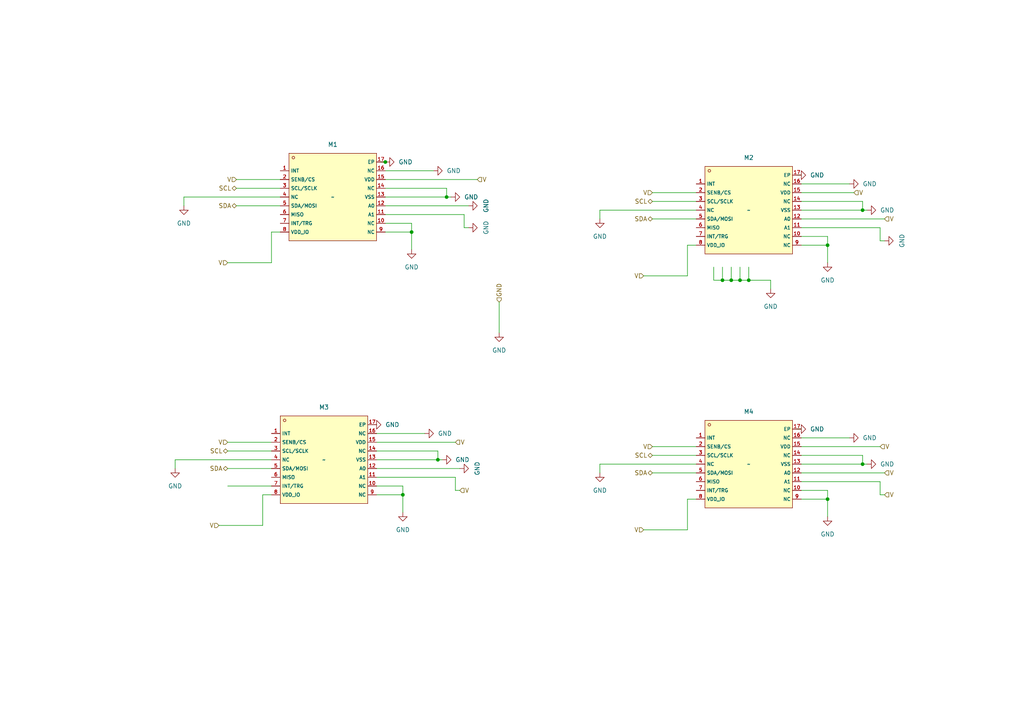
<source format=kicad_sch>
(kicad_sch (version 20230121) (generator eeschema)
  (paper "A4")
  (lib_symbols
    (symbol "JLCPCB:MLX90393SLW-ABA-012-SP"
      (property "Reference" "U" (at 0 1.27 0))
      (property "Value" "MLX90393SLW-ABA-012-SP" (at 0 -2.54 0))
      (symbol "MLX90393SLW-ABA-012-SP_0_1"
        (rectangle (start -12.7 12.7) (end 12.7 -12.7) (fill (type background)))
        (circle (center -11.43 11.43) (radius 0.381) (fill (type background)))
        (pin unspecified line (at -15.24 7.62 0) (length 2.54) (name "INT") (number "1"))
        (pin unspecified line (at 15.24 -7.62 180) (length 2.54) (name "NC") (number "10"))
        (pin unspecified line (at 15.24 -5.08 180) (length 2.54) (name "A1") (number "11"))
        (pin unspecified line (at 15.24 -2.54 180) (length 2.54) (name "A0") (number "12"))
        (pin unspecified line (at 15.24 0 180) (length 2.54) (name "VSS") (number "13"))
        (pin unspecified line (at 15.24 2.54 180) (length 2.54) (name "NC") (number "14"))
        (pin unspecified line (at 15.24 5.08 180) (length 2.54) (name "VDD") (number "15"))
        (pin unspecified line (at 15.24 7.62 180) (length 2.54) (name "NC") (number "16"))
        (pin unspecified line (at 15.24 10.16 180) (length 2.54) (name "EP") (number "17"))
        (pin unspecified line (at -15.24 5.08 0) (length 2.54) (name "SENB/CS") (number "2"))
        (pin unspecified line (at -15.24 2.54 0) (length 2.54) (name "SCL/SCLK") (number "3"))
        (pin unspecified line (at -15.24 0 0) (length 2.54) (name "NC") (number "4"))
        (pin unspecified line (at -15.24 -2.54 0) (length 2.54) (name "SDA/MOSI") (number "5"))
        (pin unspecified line (at -15.24 -5.08 0) (length 2.54) (name "MISO") (number "6"))
        (pin unspecified line (at -15.24 -7.62 0) (length 2.54) (name "INT/TRG") (number "7"))
        (pin unspecified line (at -15.24 -10.16 0) (length 2.54) (name "VDD_IO") (number "8"))
        (pin unspecified line (at 15.24 -10.16 180) (length 2.54) (name "NC") (number "9"))
      )
    )
    (symbol "power:GND" (power) (pin_names (offset 0))
      (property "Value" "GND" (at 0 -3.81 0))
      (symbol "GND_0_1"
        (polyline (pts (xy 0 0) (xy 0 -1.27) (xy 1.27 -1.27) (xy 0 -2.54) (xy -1.27 -1.27) (xy 0 -1.27)))
      )
      (symbol "GND_1_1"
        (pin power_in line (at 0 0 270) (length 0) hide (name "GND") (number "1"))
      )
    )
  )
  (junction (at 240.03 144.78))
  (junction (at 250.19 134.62))
  (junction (at 212.09 81.28))
  (junction (at 217.17 81.28))
  (junction (at 119.38 67.31))
  (junction (at 129.54 57.15))
  (junction (at 240.03 71.12))
  (junction (at 209.55 81.28))
  (junction (at 111.76 46.99))
  (junction (at 214.63 81.28))
  (junction (at 116.84 143.51))
  (junction (at 127 133.35))
  (junction (at 250.19 60.96))
  (wire (pts (xy 255.27 143.51) (xy 255.27 139.7)))
  (wire (pts (xy 250.19 58.42) (xy 250.19 60.96)))
  (wire (pts (xy 232.41 60.96) (xy 250.19 60.96)))
  (wire (pts (xy 189.23 129.54) (xy 201.93 129.54)))
  (wire (pts (xy 209.55 77.47) (xy 209.55 81.28)))
  (wire (pts (xy 173.99 134.62) (xy 173.99 137.16)))
  (wire (pts (xy 173.99 60.96) (xy 201.93 60.96)))
  (wire (pts (xy 144.78 87.63) (xy 144.78 96.52)))
  (wire (pts (xy 53.34 57.15) (xy 53.34 59.69)))
  (wire (pts (xy 78.74 76.2) (xy 78.74 67.31)))
  (wire (pts (xy 66.04 135.89) (xy 78.74 135.89)))
  (wire (pts (xy 256.54 69.85) (xy 255.27 69.85)))
  (wire (pts (xy 250.19 132.08) (xy 250.19 134.62)))
  (wire (pts (xy 189.23 55.88) (xy 201.93 55.88)))
  (wire (pts (xy 232.41 142.24) (xy 240.03 142.24)))
  (wire (pts (xy 116.84 140.97) (xy 116.84 143.51)))
  (wire (pts (xy 199.39 71.12) (xy 201.93 71.12)))
  (wire (pts (xy 116.84 143.51) (xy 116.84 148.59)))
  (wire (pts (xy 207.01 81.28) (xy 209.55 81.28)))
  (wire (pts (xy 232.41 129.54) (xy 255.27 129.54)))
  (wire (pts (xy 240.03 144.78) (xy 240.03 149.86)))
  (wire (pts (xy 76.2 152.4) (xy 76.2 143.51)))
  (wire (pts (xy 50.8 133.35) (xy 50.8 135.89)))
  (wire (pts (xy 132.08 138.43) (xy 109.22 138.43)))
  (wire (pts (xy 66.04 140.97) (xy 78.74 140.97)))
  (wire (pts (xy 232.41 55.88) (xy 247.65 55.88)))
  (wire (pts (xy 212.09 81.28) (xy 214.63 81.28)))
  (wire (pts (xy 250.19 60.96) (xy 251.46 60.96)))
  (wire (pts (xy 232.41 127) (xy 246.38 127)))
  (wire (pts (xy 111.76 52.07) (xy 138.43 52.07)))
  (wire (pts (xy 53.34 57.15) (xy 81.28 57.15)))
  (wire (pts (xy 66.04 128.27) (xy 78.74 128.27)))
  (wire (pts (xy 217.17 77.47) (xy 217.17 81.28)))
  (wire (pts (xy 76.2 143.51) (xy 78.74 143.51)))
  (wire (pts (xy 127 130.81) (xy 127 133.35)))
  (wire (pts (xy 66.04 130.81) (xy 78.74 130.81)))
  (wire (pts (xy 129.54 57.15) (xy 130.81 57.15)))
  (wire (pts (xy 119.38 64.77) (xy 119.38 67.31)))
  (wire (pts (xy 50.8 133.35) (xy 78.74 133.35)))
  (wire (pts (xy 66.04 76.2) (xy 78.74 76.2)))
  (wire (pts (xy 232.41 71.12) (xy 240.03 71.12)))
  (wire (pts (xy 132.08 142.24) (xy 132.08 138.43)))
  (wire (pts (xy 214.63 77.47) (xy 214.63 81.28)))
  (wire (pts (xy 134.62 62.23) (xy 111.76 62.23)))
  (wire (pts (xy 256.54 63.5) (xy 232.41 63.5)))
  (wire (pts (xy 232.41 144.78) (xy 240.03 144.78)))
  (wire (pts (xy 256.54 137.16) (xy 232.41 137.16)))
  (wire (pts (xy 111.76 67.31) (xy 119.38 67.31)))
  (wire (pts (xy 189.23 137.16) (xy 201.93 137.16)))
  (wire (pts (xy 256.54 143.51) (xy 255.27 143.51)))
  (wire (pts (xy 68.58 54.61) (xy 81.28 54.61)))
  (wire (pts (xy 68.58 52.07) (xy 81.28 52.07)))
  (wire (pts (xy 109.22 130.81) (xy 127 130.81)))
  (wire (pts (xy 78.74 67.31) (xy 81.28 67.31)))
  (wire (pts (xy 109.22 140.97) (xy 116.84 140.97)))
  (wire (pts (xy 199.39 80.01) (xy 199.39 71.12)))
  (wire (pts (xy 134.62 66.04) (xy 134.62 62.23)))
  (wire (pts (xy 109.22 143.51) (xy 116.84 143.51)))
  (wire (pts (xy 209.55 81.28) (xy 212.09 81.28)))
  (wire (pts (xy 250.19 134.62) (xy 251.46 134.62)))
  (wire (pts (xy 109.22 125.73) (xy 123.19 125.73)))
  (wire (pts (xy 232.41 53.34) (xy 246.38 53.34)))
  (wire (pts (xy 232.41 132.08) (xy 250.19 132.08)))
  (wire (pts (xy 189.23 132.08) (xy 201.93 132.08)))
  (wire (pts (xy 186.69 80.01) (xy 199.39 80.01)))
  (wire (pts (xy 173.99 60.96) (xy 173.99 63.5)))
  (wire (pts (xy 135.89 66.04) (xy 134.62 66.04)))
  (wire (pts (xy 119.38 67.31) (xy 119.38 72.39)))
  (wire (pts (xy 110.49 46.99) (xy 111.76 46.99)))
  (wire (pts (xy 111.76 64.77) (xy 119.38 64.77)))
  (wire (pts (xy 255.27 139.7) (xy 232.41 139.7)))
  (wire (pts (xy 240.03 142.24) (xy 240.03 144.78)))
  (wire (pts (xy 63.5 152.4) (xy 76.2 152.4)))
  (wire (pts (xy 223.52 81.28) (xy 223.52 83.82)))
  (wire (pts (xy 255.27 66.04) (xy 232.41 66.04)))
  (wire (pts (xy 217.17 81.28) (xy 223.52 81.28)))
  (wire (pts (xy 68.58 59.69) (xy 81.28 59.69)))
  (wire (pts (xy 111.76 57.15) (xy 129.54 57.15)))
  (wire (pts (xy 111.76 54.61) (xy 129.54 54.61)))
  (wire (pts (xy 231.14 50.8) (xy 232.41 50.8)))
  (wire (pts (xy 232.41 134.62) (xy 250.19 134.62)))
  (wire (pts (xy 109.22 133.35) (xy 127 133.35)))
  (wire (pts (xy 127 133.35) (xy 128.27 133.35)))
  (wire (pts (xy 240.03 68.58) (xy 240.03 71.12)))
  (wire (pts (xy 232.41 58.42) (xy 250.19 58.42)))
  (wire (pts (xy 129.54 54.61) (xy 129.54 57.15)))
  (wire (pts (xy 231.14 124.46) (xy 232.41 124.46)))
  (wire (pts (xy 240.03 71.12) (xy 240.03 76.2)))
  (wire (pts (xy 173.99 134.62) (xy 201.93 134.62)))
  (wire (pts (xy 212.09 77.47) (xy 212.09 81.28)))
  (wire (pts (xy 189.23 58.42) (xy 201.93 58.42)))
  (wire (pts (xy 135.89 59.69) (xy 111.76 59.69)))
  (wire (pts (xy 255.27 69.85) (xy 255.27 66.04)))
  (wire (pts (xy 214.63 81.28) (xy 217.17 81.28)))
  (wire (pts (xy 109.22 128.27) (xy 132.08 128.27)))
  (wire (pts (xy 133.35 135.89) (xy 109.22 135.89)))
  (wire (pts (xy 133.35 142.24) (xy 132.08 142.24)))
  (wire (pts (xy 199.39 144.78) (xy 201.93 144.78)))
  (wire (pts (xy 111.76 49.53) (xy 125.73 49.53)))
  (wire (pts (xy 189.23 63.5) (xy 201.93 63.5)))
  (wire (pts (xy 107.95 123.19) (xy 109.22 123.19)))
  (wire (pts (xy 232.41 68.58) (xy 240.03 68.58)))
  (wire (pts (xy 186.69 153.67) (xy 199.39 153.67)))
  (wire (pts (xy 199.39 153.67) (xy 199.39 144.78)))
  (wire (pts (xy 207.01 77.47) (xy 207.01 81.28)))
  (hierarchical_label "SCL" (shape bidirectional) (at 68.58 54.61 180))
  (hierarchical_label "V" (shape input) (at 189.23 55.88 180))
  (hierarchical_label "V" (shape input) (at 133.35 142.24 0))
  (hierarchical_label "V" (shape input) (at 66.04 128.27 180))
  (hierarchical_label "SCL" (shape bidirectional) (at 189.23 132.08 180))
  (hierarchical_label "V" (shape input) (at 138.43 52.07 0))
  (hierarchical_label "SDA" (shape bidirectional) (at 189.23 63.5 180))
  (hierarchical_label "V" (shape input) (at 68.58 52.07 180))
  (hierarchical_label "V" (shape input) (at 66.04 76.2 180))
  (hierarchical_label "SCL" (shape bidirectional) (at 189.23 58.42 180))
  (hierarchical_label "V" (shape input) (at 256.54 143.51 0))
  (hierarchical_label "V" (shape input) (at 132.08 128.27 0))
  (hierarchical_label "V" (shape input) (at 63.5 152.4 180))
  (hierarchical_label "SDA" (shape bidirectional) (at 189.23 137.16 180))
  (hierarchical_label "SDA" (shape bidirectional) (at 68.58 59.69 180))
  (hierarchical_label "V" (shape input) (at 256.54 137.16 0))
  (hierarchical_label "V" (shape input) (at 186.69 153.67 180))
  (hierarchical_label "V" (shape input) (at 255.27 129.54 0))
  (hierarchical_label "V" (shape input) (at 186.69 80.01 180))
  (hierarchical_label "SCL" (shape bidirectional) (at 66.04 130.81 180))
  (hierarchical_label "V" (shape input) (at 247.65 55.88 0))
  (hierarchical_label "V" (shape input) (at 256.54 63.5 0))
  (hierarchical_label "GND" (shape input) (at 144.78 87.63 90))
  (hierarchical_label "SDA" (shape bidirectional) (at 66.04 135.89 180))
  (hierarchical_label "V" (shape input) (at 189.23 129.54 180))
  (symbol (lib_id "power:GND") (at 246.38 53.34 90) (unit 1)
    (property "Reference" "#PWR02" (effects hide))
    (property "Value" "GND" (at 250.19 53.34 90) (effects (justify right)))
    (instances (project "MLX90393_board3" (path "" (reference "#PWR02") (unit 1)) (path "" (reference "#PWR036") (unit 1)) (path "" (reference "#PWR066") (unit 1)) (path "" (reference "#PWR094") (unit 1)) (path "" (reference "#PWR0122") (unit 1))))
  )
  (symbol (lib_id "power:GND") (at 223.52 83.82 0) (unit 1)
    (property "Reference" "#PWR02" (effects hide))
    (property "Value" "GND" (at 223.52 88.9 0))
    (instances (project "MLX90393_board3" (path "" (reference "#PWR02") (unit 1)) (path "" (reference "#PWR013") (unit 1)) (path "" (reference "#PWR063") (unit 1)) (path "" (reference "#PWR091") (unit 1)) (path "" (reference "#PWR0119") (unit 1))))
  )
  (symbol (lib_id "power:GND") (at 133.35 135.89 90) (unit 1)
    (property "Reference" "#PWR02" (effects hide))
    (property "Value" "GND" (at 138.43 135.89 0))
    (instances (project "MLX90393_board3" (path "" (reference "#PWR02") (unit 1)) (path "" (reference "#PWR020") (unit 1)) (path "" (reference "#PWR055") (unit 1)) (path "" (reference "#PWR083") (unit 1)) (path "" (reference "#PWR0111") (unit 1))))
  )
  (symbol (lib_id "power:GND") (at 251.46 134.62 90) (unit 1)
    (property "Reference" "#PWR02" (effects hide))
    (property "Value" "GND" (at 255.27 134.62 90) (effects (justify right)))
    (instances (project "MLX90393_board3" (path "" (reference "#PWR02") (unit 1)) (path "" (reference "#PWR044") (unit 1)) (path "" (reference "#PWR069") (unit 1)) (path "" (reference "#PWR097") (unit 1)) (path "" (reference "#PWR0125") (unit 1))))
  )
  (symbol (lib_id "power:GND") (at 246.38 127 90) (unit 1)
    (property "Reference" "#PWR02" (effects hide))
    (property "Value" "GND" (at 250.19 127 90) (effects (justify right)))
    (instances (project "MLX90393_board3" (path "" (reference "#PWR02") (unit 1)) (path "" (reference "#PWR043") (unit 1)) (path "" (reference "#PWR067") (unit 1)) (path "" (reference "#PWR095") (unit 1)) (path "" (reference "#PWR0123") (unit 1))))
  )
  (symbol (lib_id "JLCPCB:MLX90393SLW-ABA-012-SP") (at 217.17 60.96 0) (unit 1)
    (property "Reference" "M2" (at 217.17 45.72 0))
    (property "Value" "~" (at 217.17 60.96 0))
    (property "Footprint" "JLCPCB:QFN-16_L3.0-W3.0-P0.50-BL-EP1.7" (effects hide))
    (property "Datasheet" "https://item.szlcsc.com/44583.html" (effects hide))
    (property "LCSC" "C1526573" (effects hide))
    (instances (project "MLX90393_board3" (path "" (reference "M2") (unit 1)) (path "" (reference "M7") (unit 1)) (path "" (reference "M11") (unit 1)) (path "" (reference "M15") (unit 1))))
  )
  (symbol (lib_id "power:GND") (at 135.89 59.69 90) (unit 1)
    (property "Reference" "#PWR02" (effects hide))
    (property "Value" "GND" (at 140.97 59.69 0))
    (instances (project "MLX90393_board3" (path "" (reference "#PWR02") (unit 1)) (path "" (reference "#PWR01") (unit 1)) (path "" (reference "#PWR056") (unit 1)) (path "" (reference "#PWR084") (unit 1)) (path "" (reference "#PWR0112") (unit 1))))
  )
  (symbol (lib_id "power:GND") (at 128.27 133.35 90) (unit 1)
    (property "Reference" "#PWR02" (effects hide))
    (property "Value" "GND" (at 132.08 133.35 90) (effects (justify right)))
    (instances (project "MLX90393_board3" (path "" (reference "#PWR02") (unit 1)) (path "" (reference "#PWR019") (unit 1)) (path "" (reference "#PWR053") (unit 1)) (path "" (reference "#PWR081") (unit 1)) (path "" (reference "#PWR0109") (unit 1))))
  )
  (symbol (lib_id "power:GND") (at 107.95 123.19 90) (unit 1)
    (property "Reference" "#PWR02" (effects hide))
    (property "Value" "GND" (at 111.76 123.19 90) (effects (justify right)))
    (instances (project "MLX90393_board3" (path "" (reference "#PWR02") (unit 1)) (path "" (reference "#PWR0127") (unit 1)) (path "" (reference "#PWR0128") (unit 1)) (path "" (reference "#PWR0129") (unit 1)) (path "" (reference "#PWR0130") (unit 1))))
  )
  (symbol (lib_id "JLCPCB:MLX90393SLW-ABA-012-SP") (at 217.17 134.62 0) (unit 1)
    (property "Reference" "M4" (at 217.17 119.38 0))
    (property "Value" "~" (at 217.17 134.62 0))
    (property "Footprint" "JLCPCB:QFN-16_L3.0-W3.0-P0.50-BL-EP1.7" (effects hide))
    (property "Datasheet" "https://item.szlcsc.com/44583.html" (effects hide))
    (property "LCSC" "C1526573" (effects hide))
    (instances (project "MLX90393_board3" (path "" (reference "M4") (unit 1)) (path "" (reference "M8") (unit 1)) (path "" (reference "M12") (unit 1)) (path "" (reference "M16") (unit 1))))
  )
  (symbol (lib_id "power:GND") (at 119.38 72.39 0) (unit 1)
    (property "Reference" "#PWR02" (effects hide))
    (property "Value" "GND" (at 119.38 77.47 0))
    (instances (project "MLX90393_board3" (path "" (reference "#PWR02") (unit 1)) (path "" (reference "#PWR03") (unit 1)) (path "" (reference "#PWR050") (unit 1)) (path "" (reference "#PWR078") (unit 1)) (path "" (reference "#PWR0106") (unit 1))))
  )
  (symbol (lib_id "power:GND") (at 173.99 137.16 0) (unit 1)
    (property "Reference" "#PWR02" (effects hide))
    (property "Value" "GND" (at 173.99 142.24 0))
    (instances (project "MLX90393_board3" (path "" (reference "#PWR02") (unit 1)) (path "" (reference "#PWR040") (unit 1)) (path "" (reference "#PWR060") (unit 1)) (path "" (reference "#PWR088") (unit 1)) (path "" (reference "#PWR0116") (unit 1))))
  )
  (symbol (lib_id "power:GND") (at 123.19 125.73 90) (unit 1)
    (property "Reference" "#PWR02" (effects hide))
    (property "Value" "GND" (at 127 125.73 90) (effects (justify right)))
    (instances (project "MLX90393_board3" (path "" (reference "#PWR02") (unit 1)) (path "" (reference "#PWR018") (unit 1)) (path "" (reference "#PWR051") (unit 1)) (path "" (reference "#PWR079") (unit 1)) (path "" (reference "#PWR0107") (unit 1))))
  )
  (symbol (lib_id "power:GND") (at 130.81 57.15 90) (unit 1)
    (property "Reference" "#PWR02" (effects hide))
    (property "Value" "GND" (at 134.62 57.15 90) (effects (justify right)))
    (instances (project "MLX90393_board3" (path "" (reference "#PWR02") (unit 1)) (path "" (reference "#PWR011") (unit 1)) (path "" (reference "#PWR054") (unit 1)) (path "" (reference "#PWR082") (unit 1)) (path "" (reference "#PWR0110") (unit 1))))
  )
  (symbol (lib_id "power:GND") (at 231.14 124.46 90) (unit 1)
    (property "Reference" "#PWR02" (effects hide))
    (property "Value" "GND" (at 234.95 124.46 90) (effects (justify right)))
    (instances (project "MLX90393_board3" (path "" (reference "#PWR02") (unit 1)) (path "" (reference "#PWR0139") (unit 1)) (path "" (reference "#PWR0140") (unit 1)) (path "" (reference "#PWR0141") (unit 1)) (path "" (reference "#PWR0142") (unit 1))))
  )
  (symbol (lib_id "power:GND") (at 251.46 60.96 90) (unit 1)
    (property "Reference" "#PWR02" (effects hide))
    (property "Value" "GND" (at 255.27 60.96 90) (effects (justify right)))
    (instances (project "MLX90393_board3" (path "" (reference "#PWR02") (unit 1)) (path "" (reference "#PWR037") (unit 1)) (path "" (reference "#PWR068") (unit 1)) (path "" (reference "#PWR096") (unit 1)) (path "" (reference "#PWR0124") (unit 1))))
  )
  (symbol (lib_id "power:GND") (at 256.54 69.85 90) (unit 1)
    (property "Reference" "#PWR02" (effects hide))
    (property "Value" "GND" (at 261.62 69.85 0))
    (instances (project "MLX90393_board3" (path "" (reference "#PWR02") (unit 1)) (path "" (reference "#PWR039") (unit 1)) (path "" (reference "#PWR070") (unit 1)) (path "" (reference "#PWR098") (unit 1)) (path "" (reference "#PWR0126") (unit 1))))
  )
  (symbol (lib_id "power:GND") (at 116.84 148.59 0) (unit 1)
    (property "Reference" "#PWR02" (effects hide))
    (property "Value" "GND" (at 116.84 153.67 0))
    (instances (project "MLX90393_board3" (path "" (reference "#PWR02") (unit 1)) (path "" (reference "#PWR017") (unit 1)) (path "" (reference "#PWR049") (unit 1)) (path "" (reference "#PWR077") (unit 1)) (path "" (reference "#PWR0105") (unit 1))))
  )
  (symbol (lib_id "JLCPCB:MLX90393SLW-ABA-012-SP") (at 96.52 57.15 0) (unit 1)
    (property "Reference" "M1" (at 96.52 41.91 0))
    (property "Value" "~" (at 96.52 57.15 0))
    (property "Footprint" "JLCPCB:QFN-16_L3.0-W3.0-P0.50-BL-EP1.7" (effects hide))
    (property "Datasheet" "https://item.szlcsc.com/44583.html" (effects hide))
    (property "LCSC" "C2649492" (effects hide))
    (instances (project "MLX90393_board3" (path "" (reference "M1") (unit 1)) (path "" (reference "M6") (unit 1)) (path "" (reference "M10") (unit 1)) (path "" (reference "M14") (unit 1))))
  )
  (symbol (lib_id "power:GND") (at 53.34 59.69 0) (unit 1)
    (property "Reference" "#PWR02" (effects hide))
    (property "Value" "GND" (at 53.34 64.77 0))
    (instances (project "MLX90393_board3" (path "" (reference "#PWR02") (unit 1)) (path "" (reference "#PWR07") (unit 1)) (path "" (reference "#PWR046") (unit 1)) (path "" (reference "#PWR074") (unit 1)) (path "" (reference "#PWR0102") (unit 1))))
  )
  (symbol (lib_id "power:GND") (at 111.76 46.99 90) (unit 1)
    (property "Reference" "#PWR02" (effects hide))
    (property "Value" "GND" (at 115.57 46.99 90) (effects (justify right)))
    (instances (project "MLX90393_board3" (path "" (reference "#PWR02") (unit 1)) (path "" (reference "#PWR0131") (unit 1)) (path "" (reference "#PWR0132") (unit 1)) (path "" (reference "#PWR0133") (unit 1)) (path "" (reference "#PWR0134") (unit 1))))
  )
  (symbol (lib_id "power:GND") (at 173.99 63.5 0) (unit 1)
    (property "Reference" "#PWR02" (effects hide))
    (property "Value" "GND" (at 173.99 68.58 0))
    (instances (project "MLX90393_board3" (path "" (reference "#PWR02") (unit 1)) (path "" (reference "#PWR024") (unit 1)) (path "" (reference "#PWR059") (unit 1)) (path "" (reference "#PWR087") (unit 1)) (path "" (reference "#PWR0115") (unit 1))))
  )
  (symbol (lib_id "power:GND") (at 240.03 76.2 0) (unit 1)
    (property "Reference" "#PWR02" (effects hide))
    (property "Value" "GND" (at 240.03 81.28 0))
    (instances (project "MLX90393_board3" (path "" (reference "#PWR02") (unit 1)) (path "" (reference "#PWR035") (unit 1)) (path "" (reference "#PWR064") (unit 1)) (path "" (reference "#PWR092") (unit 1)) (path "" (reference "#PWR0120") (unit 1))))
  )
  (symbol (lib_id "power:GND") (at 144.78 96.52 0) (unit 1)
    (property "Reference" "#PWR02" (effects hide))
    (property "Value" "GND" (at 144.78 101.6 0))
    (instances (project "MLX90393_board3" (path "" (reference "#PWR02") (unit 1)) (path "" (reference "#PWR02") (unit 1)) (path "" (reference "#PWR058") (unit 1)) (path "" (reference "#PWR086") (unit 1)) (path "" (reference "#PWR0114") (unit 1))))
  )
  (symbol (lib_id "power:GND") (at 50.8 135.89 0) (unit 1)
    (property "Reference" "#PWR02" (effects hide))
    (property "Value" "GND" (at 50.8 140.97 0))
    (instances (project "MLX90393_board3" (path "" (reference "#PWR02") (unit 1)) (path "" (reference "#PWR08") (unit 1)) (path "" (reference "#PWR045") (unit 1)) (path "" (reference "#PWR073") (unit 1)) (path "" (reference "#PWR0101") (unit 1))))
  )
  (symbol (lib_id "JLCPCB:MLX90393SLW-ABA-012-SP") (at 93.98 133.35 0) (unit 1)
    (property "Reference" "M3" (at 93.98 118.11 0))
    (property "Value" "~" (at 93.98 133.35 0))
    (property "Footprint" "JLCPCB:QFN-16_L3.0-W3.0-P0.50-BL-EP1.7" (effects hide))
    (property "Datasheet" "https://item.szlcsc.com/44583.html" (effects hide))
    (property "LCSC" "C2152977" (effects hide))
    (instances (project "MLX90393_board3" (path "" (reference "M3") (unit 1)) (path "" (reference "M5") (unit 1)) (path "" (reference "M9") (unit 1)) (path "" (reference "M13") (unit 1))))
  )
  (symbol (lib_id "power:GND") (at 240.03 149.86 0) (unit 1)
    (property "Reference" "#PWR02" (effects hide))
    (property "Value" "GND" (at 240.03 154.94 0))
    (instances (project "MLX90393_board3" (path "" (reference "#PWR02") (unit 1)) (path "" (reference "#PWR042") (unit 1)) (path "" (reference "#PWR065") (unit 1)) (path "" (reference "#PWR093") (unit 1)) (path "" (reference "#PWR0121") (unit 1))))
  )
  (symbol (lib_id "power:GND") (at 231.14 50.8 90) (unit 1)
    (property "Reference" "#PWR02" (effects hide))
    (property "Value" "GND" (at 234.95 50.8 90) (effects (justify right)))
    (instances (project "MLX90393_board3" (path "" (reference "#PWR02") (unit 1)) (path "" (reference "#PWR0135") (unit 1)) (path "" (reference "#PWR0136") (unit 1)) (path "" (reference "#PWR0137") (unit 1)) (path "" (reference "#PWR0138") (unit 1))))
  )
  (symbol (lib_id "power:GND") (at 135.89 66.04 90) (unit 1)
    (property "Reference" "#PWR02" (effects hide))
    (property "Value" "GND" (at 140.97 66.04 0))
    (instances (project "MLX90393_board3" (path "" (reference "#PWR02") (unit 1)) (path "" (reference "#PWR04") (unit 1)) (path "" (reference "#PWR057") (unit 1)) (path "" (reference "#PWR085") (unit 1)) (path "" (reference "#PWR0113") (unit 1))))
  )
  (symbol (lib_id "power:GND") (at 125.73 49.53 90) (unit 1)
    (property "Reference" "#PWR02" (effects hide))
    (property "Value" "GND" (at 129.54 49.53 90) (effects (justify right)))
    (instances (project "MLX90393_board3" (path "" (reference "#PWR02") (unit 1)) (path "" (reference "#PWR012") (unit 1)) (path "" (reference "#PWR052") (unit 1)) (path "" (reference "#PWR080") (unit 1)) (path "" (reference "#PWR0108") (unit 1))))
  )
)
</source>
